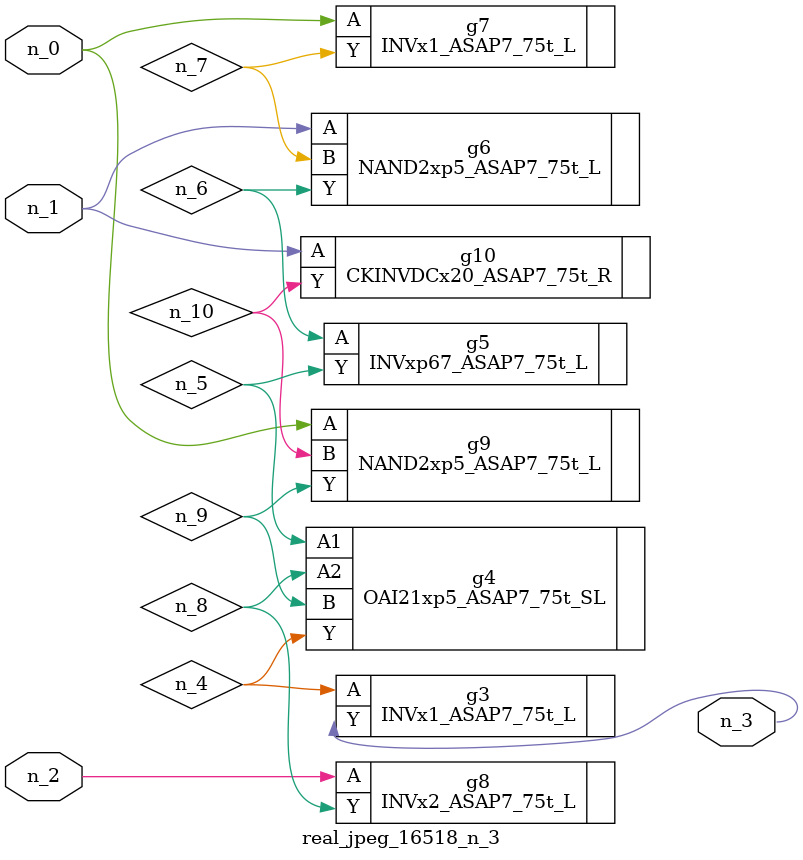
<source format=v>
module real_jpeg_16518_n_3 (n_1, n_0, n_2, n_3);

input n_1;
input n_0;
input n_2;

output n_3;

wire n_5;
wire n_4;
wire n_8;
wire n_6;
wire n_7;
wire n_10;
wire n_9;

INVx1_ASAP7_75t_L g7 ( 
.A(n_0),
.Y(n_7)
);

NAND2xp5_ASAP7_75t_L g9 ( 
.A(n_0),
.B(n_10),
.Y(n_9)
);

NAND2xp5_ASAP7_75t_L g6 ( 
.A(n_1),
.B(n_7),
.Y(n_6)
);

CKINVDCx20_ASAP7_75t_R g10 ( 
.A(n_1),
.Y(n_10)
);

INVx2_ASAP7_75t_L g8 ( 
.A(n_2),
.Y(n_8)
);

INVx1_ASAP7_75t_L g3 ( 
.A(n_4),
.Y(n_3)
);

OAI21xp5_ASAP7_75t_SL g4 ( 
.A1(n_5),
.A2(n_8),
.B(n_9),
.Y(n_4)
);

INVxp67_ASAP7_75t_L g5 ( 
.A(n_6),
.Y(n_5)
);


endmodule
</source>
